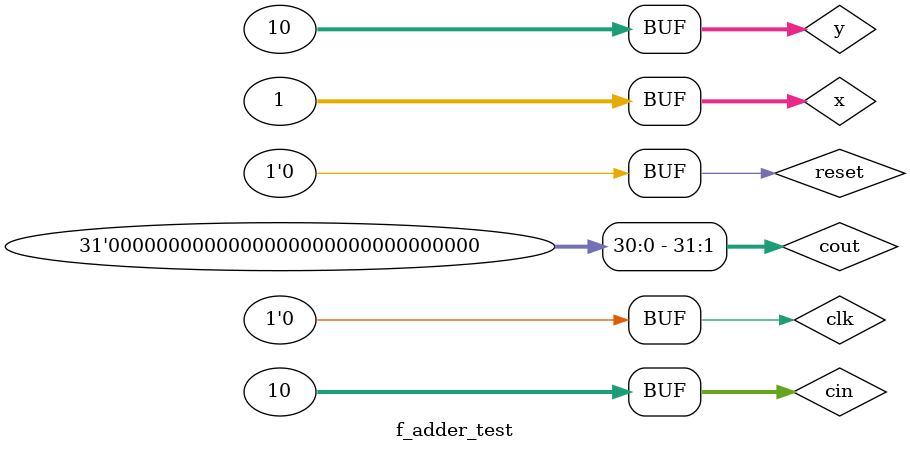
<source format=v>
module mul32ff #(parameter W = 31)
  ( input clk,
   input reset,
   input [W:0] x, y,
   output reg [W:0] z1 );
  
  reg [W:0] c; // {c,z} = x*y
  always @(posedge clk) begin
    if (reset)
      z1<=0;
    else 
      {c,z1} <= x*y;
  end
    
endmodule 

module add32ff 
  (input clk,
   input reset,
   input [31:0] x, y,
   input cin,
   output reg cout,
   output reg[31:0] z2);
  
  
  always @(posedge clk) begin
    if (reset) begin
      z2 <= 0;
      cout <= 0;
    end
    
    else begin
      {cout,z2} <= x+y+cin;
    end 
  end
endmodule 



//testbench



module f_adder_test();
  
  reg clk, reset;
  reg [31:0]  x, y,cin, cout,z2;
 // initial begin
 //   clk = 0;
   // reset = 1;
  //end
  
  //instantiate the clk and reset;
  //ins i(clk, reset);
  //test test(i);
  
  add32ff a1(clk, reset, x, y, cin, cout, z2);
  
  initial begin
    clk = 0;
    #1 clk = ~clk;
    #1 clk = ~clk;
    #1 clk = ~clk;
    #1 clk = ~clk;
    #1 clk = ~clk;
    #1 clk = ~clk;
    #1 clk = ~clk;
    #1 clk = ~clk;
    #1 clk = ~clk;
    #1 clk = ~clk;
    #1 clk = ~clk;
    #1 clk = ~clk;
  end
  initial
  	begin
	 $dumpfile("dump.vcd");
    $dumpvars;

      
     reset = 1;
     x=4'h0;   y=4'h0;   cin=4'h0;
      #2 reset = 0;
   //   #5 i.x = 4'h1; i.y = 4'h1; i.cin=4'h1;
     // #5 x = 4'ha; y = 4'h3; cin=4'h0;
     // #5 x = 4'ha; y = 4'h9; cin=4'h0;
      #2 x = 4'h1; y = 4'ha; cin = 4'ha;
     // #20 i.x = 0; i.y = 0; i.cin = 0;


	end

endmodule

</source>
